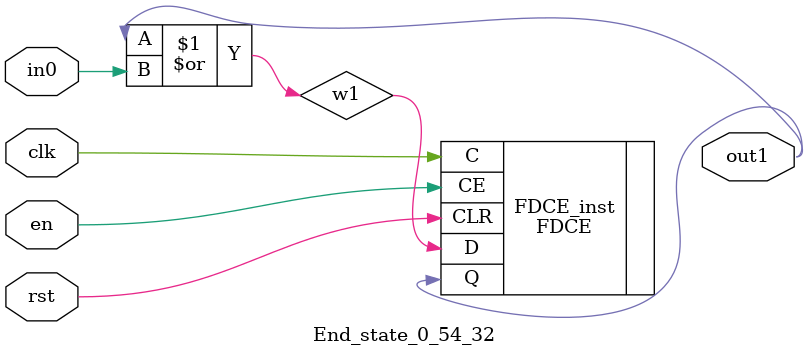
<source format=v>
module engine_0_54(out,clk,sod,en, in_110, in_111, in_112, in_4, in_5, in_7, in_8, in_9, in_15, in_17, in_18, in_20, in_22, in_26, in_30, in_39, in_41, in_42, in_44, in_55, in_57, in_98, in_100, in_101, in_109);
//pcre: /toStaticHTML\x28\x22\x3cstyle\x3e\x2a.*\x5bx=(\x27|&39)\x3b/si
//block char: \x22[8], \x5b[8], 9[0], O[0], L[0], I[0], S[0], H[0], a[0], e[0], c[0], =[0], y[0], x[0], t[0], \x27[8], M[0], \x28[8], \x3B[8], 3[0], \x26[8], \x2A[8], \x3E[8], \x3C[8], .[7], 

	input clk,sod,en;

	input in_110, in_111, in_112, in_4, in_5, in_7, in_8, in_9, in_15, in_17, in_18, in_20, in_22, in_26, in_30, in_39, in_41, in_42, in_44, in_55, in_57, in_98, in_100, in_101, in_109;
	output out;

	assign w0 = 1'b1;
	state_0_54_1 BlockState_0_54_1 (w1,in_30,clk,en,sod,w0);
	state_0_54_2 BlockState_0_54_2 (w2,in_4,clk,en,sod,w1);
	state_0_54_3 BlockState_0_54_3 (w3,in_8,clk,en,sod,w2);
	state_0_54_4 BlockState_0_54_4 (w4,in_30,clk,en,sod,w3);
	state_0_54_5 BlockState_0_54_5 (w5,in_15,clk,en,sod,w4);
	state_0_54_6 BlockState_0_54_6 (w6,in_30,clk,en,sod,w5);
	state_0_54_7 BlockState_0_54_7 (w7,in_7,clk,en,sod,w6);
	state_0_54_8 BlockState_0_54_8 (w8,in_18,clk,en,sod,w7);
	state_0_54_9 BlockState_0_54_9 (w9,in_9,clk,en,sod,w8);
	state_0_54_10 BlockState_0_54_10 (w10,in_30,clk,en,sod,w9);
	state_0_54_11 BlockState_0_54_11 (w11,in_41,clk,en,sod,w10);
	state_0_54_12 BlockState_0_54_12 (w12,in_5,clk,en,sod,w11);
	state_0_54_13 BlockState_0_54_13 (w13,in_42,clk,en,sod,w12);
	state_0_54_14 BlockState_0_54_14 (w14,in_110,clk,en,sod,w13);
	state_0_54_15 BlockState_0_54_15 (w15,in_101,clk,en,sod,w14);
	state_0_54_16 BlockState_0_54_16 (w16,in_8,clk,en,sod,w15);
	state_0_54_17 BlockState_0_54_17 (w17,in_30,clk,en,sod,w16);
	state_0_54_18 BlockState_0_54_18 (w18,in_22,clk,en,sod,w17);
	state_0_54_19 BlockState_0_54_19 (w19,in_5,clk,en,sod,w18);
	state_0_54_20 BlockState_0_54_20 (w20,in_17,clk,en,sod,w19);
	state_0_54_21 BlockState_0_54_21 (w21,in_100,clk,en,sod,w20);
	state_0_54_22 BlockState_0_54_22 (w22,in_98,clk,en,sod,w21);
	state_0_54_23 BlockState_0_54_23 (w23,in_109,clk,en,sod,w23,w22);
	state_0_54_24 BlockState_0_54_24 (w24,in_111,clk,en,sod,w22,w23);
	state_0_54_25 BlockState_0_54_25 (w25,in_26,clk,en,sod,w24);
	state_0_54_26 BlockState_0_54_26 (w26,in_20,clk,en,sod,w25);
	state_0_54_27 BlockState_0_54_27 (w27,in_39,clk,en,sod,w26);
	state_0_54_28 BlockState_0_54_28 (w28,in_57,clk,en,sod,w26);
	state_0_54_29 BlockState_0_54_29 (w29,in_55,clk,en,sod,w28);
	state_0_54_30 BlockState_0_54_30 (w30,in_112,clk,en,sod,w29);
	state_0_54_31 BlockState_0_54_31 (w31,in_44,clk,en,sod,w27,w30);
	End_state_0_54_32 BlockState_0_54_32 (out,clk,en,sod,w31);
endmodule

module state_0_54_1(out1,in_char,clk,en,rst,in0);
	input in_char,clk,en,rst,in0;
	output out1;
	wire w1,w2;
	assign w1 = in0; 
	and(w2,in_char,w1);
	FDCE #(.INIT(1'b0)) FDCE_inst (
		.Q(out1),
		.C(clk),
		.CE(en),
		.CLR(rst),
		.D(w2)
);
endmodule

module state_0_54_2(out1,in_char,clk,en,rst,in0);
	input in_char,clk,en,rst,in0;
	output out1;
	wire w1,w2;
	assign w1 = in0; 
	and(w2,in_char,w1);
	FDCE #(.INIT(1'b0)) FDCE_inst (
		.Q(out1),
		.C(clk),
		.CE(en),
		.CLR(rst),
		.D(w2)
);
endmodule

module state_0_54_3(out1,in_char,clk,en,rst,in0);
	input in_char,clk,en,rst,in0;
	output out1;
	wire w1,w2;
	assign w1 = in0; 
	and(w2,in_char,w1);
	FDCE #(.INIT(1'b0)) FDCE_inst (
		.Q(out1),
		.C(clk),
		.CE(en),
		.CLR(rst),
		.D(w2)
);
endmodule

module state_0_54_4(out1,in_char,clk,en,rst,in0);
	input in_char,clk,en,rst,in0;
	output out1;
	wire w1,w2;
	assign w1 = in0; 
	and(w2,in_char,w1);
	FDCE #(.INIT(1'b0)) FDCE_inst (
		.Q(out1),
		.C(clk),
		.CE(en),
		.CLR(rst),
		.D(w2)
);
endmodule

module state_0_54_5(out1,in_char,clk,en,rst,in0);
	input in_char,clk,en,rst,in0;
	output out1;
	wire w1,w2;
	assign w1 = in0; 
	and(w2,in_char,w1);
	FDCE #(.INIT(1'b0)) FDCE_inst (
		.Q(out1),
		.C(clk),
		.CE(en),
		.CLR(rst),
		.D(w2)
);
endmodule

module state_0_54_6(out1,in_char,clk,en,rst,in0);
	input in_char,clk,en,rst,in0;
	output out1;
	wire w1,w2;
	assign w1 = in0; 
	and(w2,in_char,w1);
	FDCE #(.INIT(1'b0)) FDCE_inst (
		.Q(out1),
		.C(clk),
		.CE(en),
		.CLR(rst),
		.D(w2)
);
endmodule

module state_0_54_7(out1,in_char,clk,en,rst,in0);
	input in_char,clk,en,rst,in0;
	output out1;
	wire w1,w2;
	assign w1 = in0; 
	and(w2,in_char,w1);
	FDCE #(.INIT(1'b0)) FDCE_inst (
		.Q(out1),
		.C(clk),
		.CE(en),
		.CLR(rst),
		.D(w2)
);
endmodule

module state_0_54_8(out1,in_char,clk,en,rst,in0);
	input in_char,clk,en,rst,in0;
	output out1;
	wire w1,w2;
	assign w1 = in0; 
	and(w2,in_char,w1);
	FDCE #(.INIT(1'b0)) FDCE_inst (
		.Q(out1),
		.C(clk),
		.CE(en),
		.CLR(rst),
		.D(w2)
);
endmodule

module state_0_54_9(out1,in_char,clk,en,rst,in0);
	input in_char,clk,en,rst,in0;
	output out1;
	wire w1,w2;
	assign w1 = in0; 
	and(w2,in_char,w1);
	FDCE #(.INIT(1'b0)) FDCE_inst (
		.Q(out1),
		.C(clk),
		.CE(en),
		.CLR(rst),
		.D(w2)
);
endmodule

module state_0_54_10(out1,in_char,clk,en,rst,in0);
	input in_char,clk,en,rst,in0;
	output out1;
	wire w1,w2;
	assign w1 = in0; 
	and(w2,in_char,w1);
	FDCE #(.INIT(1'b0)) FDCE_inst (
		.Q(out1),
		.C(clk),
		.CE(en),
		.CLR(rst),
		.D(w2)
);
endmodule

module state_0_54_11(out1,in_char,clk,en,rst,in0);
	input in_char,clk,en,rst,in0;
	output out1;
	wire w1,w2;
	assign w1 = in0; 
	and(w2,in_char,w1);
	FDCE #(.INIT(1'b0)) FDCE_inst (
		.Q(out1),
		.C(clk),
		.CE(en),
		.CLR(rst),
		.D(w2)
);
endmodule

module state_0_54_12(out1,in_char,clk,en,rst,in0);
	input in_char,clk,en,rst,in0;
	output out1;
	wire w1,w2;
	assign w1 = in0; 
	and(w2,in_char,w1);
	FDCE #(.INIT(1'b0)) FDCE_inst (
		.Q(out1),
		.C(clk),
		.CE(en),
		.CLR(rst),
		.D(w2)
);
endmodule

module state_0_54_13(out1,in_char,clk,en,rst,in0);
	input in_char,clk,en,rst,in0;
	output out1;
	wire w1,w2;
	assign w1 = in0; 
	and(w2,in_char,w1);
	FDCE #(.INIT(1'b0)) FDCE_inst (
		.Q(out1),
		.C(clk),
		.CE(en),
		.CLR(rst),
		.D(w2)
);
endmodule

module state_0_54_14(out1,in_char,clk,en,rst,in0);
	input in_char,clk,en,rst,in0;
	output out1;
	wire w1,w2;
	assign w1 = in0; 
	and(w2,in_char,w1);
	FDCE #(.INIT(1'b0)) FDCE_inst (
		.Q(out1),
		.C(clk),
		.CE(en),
		.CLR(rst),
		.D(w2)
);
endmodule

module state_0_54_15(out1,in_char,clk,en,rst,in0);
	input in_char,clk,en,rst,in0;
	output out1;
	wire w1,w2;
	assign w1 = in0; 
	and(w2,in_char,w1);
	FDCE #(.INIT(1'b0)) FDCE_inst (
		.Q(out1),
		.C(clk),
		.CE(en),
		.CLR(rst),
		.D(w2)
);
endmodule

module state_0_54_16(out1,in_char,clk,en,rst,in0);
	input in_char,clk,en,rst,in0;
	output out1;
	wire w1,w2;
	assign w1 = in0; 
	and(w2,in_char,w1);
	FDCE #(.INIT(1'b0)) FDCE_inst (
		.Q(out1),
		.C(clk),
		.CE(en),
		.CLR(rst),
		.D(w2)
);
endmodule

module state_0_54_17(out1,in_char,clk,en,rst,in0);
	input in_char,clk,en,rst,in0;
	output out1;
	wire w1,w2;
	assign w1 = in0; 
	and(w2,in_char,w1);
	FDCE #(.INIT(1'b0)) FDCE_inst (
		.Q(out1),
		.C(clk),
		.CE(en),
		.CLR(rst),
		.D(w2)
);
endmodule

module state_0_54_18(out1,in_char,clk,en,rst,in0);
	input in_char,clk,en,rst,in0;
	output out1;
	wire w1,w2;
	assign w1 = in0; 
	and(w2,in_char,w1);
	FDCE #(.INIT(1'b0)) FDCE_inst (
		.Q(out1),
		.C(clk),
		.CE(en),
		.CLR(rst),
		.D(w2)
);
endmodule

module state_0_54_19(out1,in_char,clk,en,rst,in0);
	input in_char,clk,en,rst,in0;
	output out1;
	wire w1,w2;
	assign w1 = in0; 
	and(w2,in_char,w1);
	FDCE #(.INIT(1'b0)) FDCE_inst (
		.Q(out1),
		.C(clk),
		.CE(en),
		.CLR(rst),
		.D(w2)
);
endmodule

module state_0_54_20(out1,in_char,clk,en,rst,in0);
	input in_char,clk,en,rst,in0;
	output out1;
	wire w1,w2;
	assign w1 = in0; 
	and(w2,in_char,w1);
	FDCE #(.INIT(1'b0)) FDCE_inst (
		.Q(out1),
		.C(clk),
		.CE(en),
		.CLR(rst),
		.D(w2)
);
endmodule

module state_0_54_21(out1,in_char,clk,en,rst,in0);
	input in_char,clk,en,rst,in0;
	output out1;
	wire w1,w2;
	assign w1 = in0; 
	and(w2,in_char,w1);
	FDCE #(.INIT(1'b0)) FDCE_inst (
		.Q(out1),
		.C(clk),
		.CE(en),
		.CLR(rst),
		.D(w2)
);
endmodule

module state_0_54_22(out1,in_char,clk,en,rst,in0);
	input in_char,clk,en,rst,in0;
	output out1;
	wire w1,w2;
	assign w1 = in0; 
	and(w2,in_char,w1);
	FDCE #(.INIT(1'b0)) FDCE_inst (
		.Q(out1),
		.C(clk),
		.CE(en),
		.CLR(rst),
		.D(w2)
);
endmodule

module state_0_54_23(out1,in_char,clk,en,rst,in0,in1);
	input in_char,clk,en,rst,in0,in1;
	output out1;
	wire w1,w2;
	or(w1,in0,in1);
	and(w2,in_char,w1);
	FDCE #(.INIT(1'b0)) FDCE_inst (
		.Q(out1),
		.C(clk),
		.CE(en),
		.CLR(rst),
		.D(w2)
);
endmodule

module state_0_54_24(out1,in_char,clk,en,rst,in0,in1);
	input in_char,clk,en,rst,in0,in1;
	output out1;
	wire w1,w2;
	or(w1,in0,in1);
	and(w2,in_char,w1);
	FDCE #(.INIT(1'b0)) FDCE_inst (
		.Q(out1),
		.C(clk),
		.CE(en),
		.CLR(rst),
		.D(w2)
);
endmodule

module state_0_54_25(out1,in_char,clk,en,rst,in0);
	input in_char,clk,en,rst,in0;
	output out1;
	wire w1,w2;
	assign w1 = in0; 
	and(w2,in_char,w1);
	FDCE #(.INIT(1'b0)) FDCE_inst (
		.Q(out1),
		.C(clk),
		.CE(en),
		.CLR(rst),
		.D(w2)
);
endmodule

module state_0_54_26(out1,in_char,clk,en,rst,in0);
	input in_char,clk,en,rst,in0;
	output out1;
	wire w1,w2;
	assign w1 = in0; 
	and(w2,in_char,w1);
	FDCE #(.INIT(1'b0)) FDCE_inst (
		.Q(out1),
		.C(clk),
		.CE(en),
		.CLR(rst),
		.D(w2)
);
endmodule

module state_0_54_27(out1,in_char,clk,en,rst,in0);
	input in_char,clk,en,rst,in0;
	output out1;
	wire w1,w2;
	assign w1 = in0; 
	and(w2,in_char,w1);
	FDCE #(.INIT(1'b0)) FDCE_inst (
		.Q(out1),
		.C(clk),
		.CE(en),
		.CLR(rst),
		.D(w2)
);
endmodule

module state_0_54_28(out1,in_char,clk,en,rst,in0);
	input in_char,clk,en,rst,in0;
	output out1;
	wire w1,w2;
	assign w1 = in0; 
	and(w2,in_char,w1);
	FDCE #(.INIT(1'b0)) FDCE_inst (
		.Q(out1),
		.C(clk),
		.CE(en),
		.CLR(rst),
		.D(w2)
);
endmodule

module state_0_54_29(out1,in_char,clk,en,rst,in0);
	input in_char,clk,en,rst,in0;
	output out1;
	wire w1,w2;
	assign w1 = in0; 
	and(w2,in_char,w1);
	FDCE #(.INIT(1'b0)) FDCE_inst (
		.Q(out1),
		.C(clk),
		.CE(en),
		.CLR(rst),
		.D(w2)
);
endmodule

module state_0_54_30(out1,in_char,clk,en,rst,in0);
	input in_char,clk,en,rst,in0;
	output out1;
	wire w1,w2;
	assign w1 = in0; 
	and(w2,in_char,w1);
	FDCE #(.INIT(1'b0)) FDCE_inst (
		.Q(out1),
		.C(clk),
		.CE(en),
		.CLR(rst),
		.D(w2)
);
endmodule

module state_0_54_31(out1,in_char,clk,en,rst,in0,in1);
	input in_char,clk,en,rst,in0,in1;
	output out1;
	wire w1,w2;
	or(w1,in0,in1);
	and(w2,in_char,w1);
	FDCE #(.INIT(1'b0)) FDCE_inst (
		.Q(out1),
		.C(clk),
		.CE(en),
		.CLR(rst),
		.D(w2)
);
endmodule

module End_state_0_54_32(out1,clk,en,rst,in0);
	input clk,rst,en,in0;
	output out1;
	wire w1;
	or(w1,out1,in0);
	FDCE #(.INIT(1'b0)) FDCE_inst (
		.Q(out1),
		.C(clk),
		.CE(en),
		.CLR(rst),
		.D(w1)
);
endmodule


</source>
